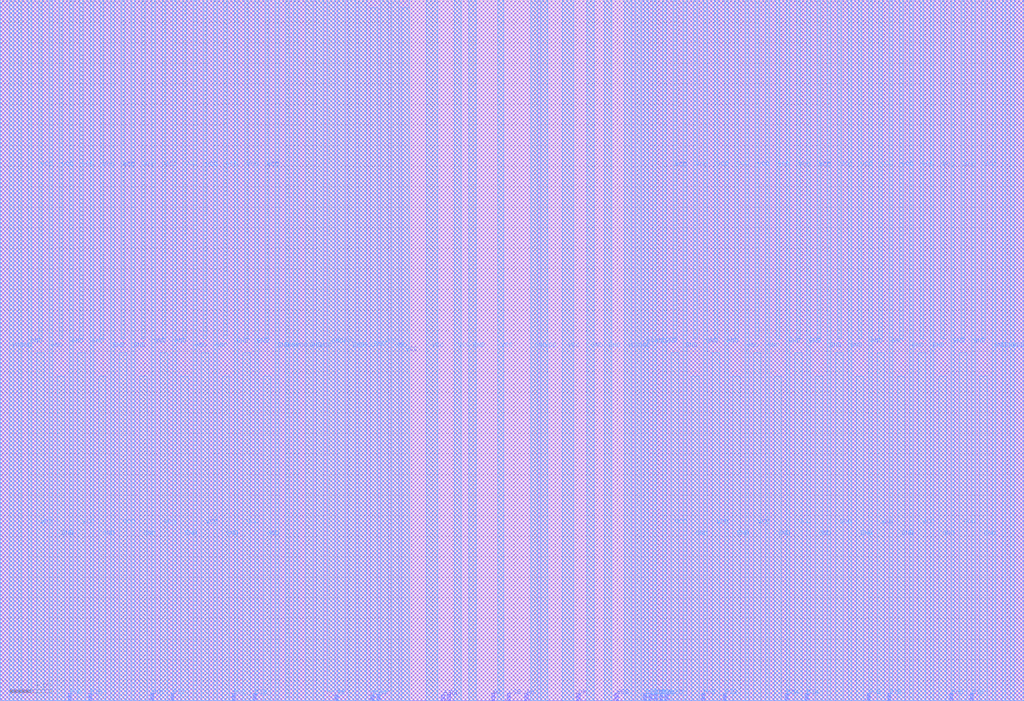
<source format=lef>
# ________________________________________________________________________________________________
# 
# 
#             Synchronous One-Port Register File Compiler
# 
#                 UMC 0.11um LL AE Logic Process
# 
# ________________________________________________________________________________________________
# 
#               
#         Copyright (C) 2024 Faraday Technology Corporation. All Rights Reserved.       
#                
#         This source code is an unpublished work belongs to Faraday Technology Corporation       
#         It is considered a trade secret and is not to be divulged or       
#         used by parties who have not received written authorization from       
#         Faraday Technology Corporation       
#                
#         Faraday's home page can be found at: http://www.faraday-tech.com/       
#                
# ________________________________________________________________________________________________
# 
#        IP Name            :  FSR0K_B_SY                
#        IP Version         :  1.4.0                     
#        IP Release Status  :  Active                    
#        Word               :  128                       
#        Bit                :  7                         
#        Byte               :  1                         
#        Mux                :  4                         
#        Output Loading     :  0.01                      
#        Clock Input Slew   :  0.016                     
#        Data Input Slew    :  0.016                     
#        Ring Type          :  Ringless Model            
#        Ring Width         :  0                         
#        Bus Format         :  0                         
#        Memaker Path       :  /home/mem/Desktop/memlib  
#        GUI Version        :  m20230904                 
#        Date               :  2024/09/06 21:04:36       
# ________________________________________________________________________________________________
# 

VERSION 5.5 ;
NAMESCASESENSITIVE ON ;
MACRO SYKB110_128X7X1CM4
CLASS BLOCK ;
FOREIGN SYKB110_128X7X1CM4 0.000 0.000 ;
ORIGIN 0.000 0.000 ;
SIZE 99.555 BY 68.179 ;
SYMMETRY x y r90 ;
SITE core ;
PIN VCC
  DIRECTION INOUT ;
  USE POWER ;
 PORT
  LAYER ME4 ;
  RECT 69.257 0.000 69.977 33.870 ;
 END
 PORT
  LAYER ME4 ;
  RECT 65.253 0.000 65.973 33.870 ;
 END
 PORT
  LAYER ME4 ;
  RECT 77.265 0.000 77.985 33.870 ;
 END
 PORT
  LAYER ME4 ;
  RECT 73.261 0.000 73.981 33.870 ;
 END
 PORT
  LAYER ME4 ;
  RECT 85.273 0.000 85.993 33.870 ;
 END
 PORT
  LAYER ME4 ;
  RECT 81.269 0.000 81.989 33.870 ;
 END
 PORT
  LAYER ME4 ;
  RECT 93.281 0.000 94.001 33.870 ;
 END
 PORT
  LAYER ME4 ;
  RECT 89.277 0.000 89.997 33.870 ;
 END
 PORT
  LAYER ME4 ;
  RECT 98.255 0.000 98.635 68.179 ;
 END
 PORT
  LAYER ME4 ;
  RECT 62.621 0.921 63.001 68.179 ;
 END
 PORT
  LAYER ME4 ;
  RECT 48.365 0.000 48.965 68.179 ;
 END
 PORT
  LAYER ME4 ;
  RECT 52.545 0.000 53.265 68.179 ;
 END
 PORT
  LAYER ME4 ;
  RECT 54.655 0.000 55.775 68.179 ;
 END
 PORT
  LAYER ME4 ;
  RECT 60.685 0.000 61.405 68.179 ;
 END
 PORT
  LAYER ME4 ;
  RECT 41.420 0.000 42.540 68.179 ;
 END
 PORT
  LAYER ME4 ;
  RECT 44.135 0.000 44.855 68.179 ;
 END
 PORT
  LAYER ME4 ;
  RECT 39.046 0.000 39.766 67.420 ;
 END
 PORT
  LAYER ME4 ;
  RECT 37.006 0.921 37.726 68.179 ;
 END
 PORT
  LAYER ME4 ;
  RECT 34.886 0.000 35.606 68.179 ;
 END
 PORT
  LAYER ME4 ;
  RECT 32.846 0.921 33.566 68.179 ;
 END
 PORT
  LAYER ME4 ;
  RECT 0.920 0.000 1.300 68.179 ;
 END
 PORT
  LAYER ME4 ;
  RECT 7.556 0.000 8.276 33.870 ;
 END
 PORT
  LAYER ME4 ;
  RECT 3.552 0.000 4.272 33.870 ;
 END
 PORT
  LAYER ME4 ;
  RECT 15.564 0.000 16.284 33.870 ;
 END
 PORT
  LAYER ME4 ;
  RECT 11.560 0.000 12.280 33.870 ;
 END
 PORT
  LAYER ME4 ;
  RECT 23.572 0.000 24.292 33.870 ;
 END
 PORT
  LAYER ME4 ;
  RECT 19.568 0.000 20.288 33.870 ;
 END
 PORT
  LAYER ME4 ;
  RECT 30.726 0.000 31.446 68.179 ;
 END
 PORT
  LAYER ME4 ;
  RECT 28.546 0.000 28.926 68.179 ;
 END
 PORT
  LAYER ME4 ;
  RECT 71.449 35.220 71.789 68.179 ;
 END
 PORT
  LAYER ME4 ;
  RECT 69.447 35.220 69.787 68.179 ;
 END
 PORT
  LAYER ME4 ;
  RECT 67.445 35.220 67.785 68.179 ;
 END
 PORT
  LAYER ME4 ;
  RECT 65.443 35.220 65.783 68.179 ;
 END
 PORT
  LAYER ME4 ;
  RECT 79.457 35.220 79.797 68.179 ;
 END
 PORT
  LAYER ME4 ;
  RECT 77.455 35.220 77.795 68.179 ;
 END
 PORT
  LAYER ME4 ;
  RECT 75.453 35.220 75.793 68.179 ;
 END
 PORT
  LAYER ME4 ;
  RECT 73.451 35.220 73.791 68.179 ;
 END
 PORT
  LAYER ME4 ;
  RECT 87.465 35.220 87.805 68.179 ;
 END
 PORT
  LAYER ME4 ;
  RECT 85.463 35.220 85.803 68.179 ;
 END
 PORT
  LAYER ME4 ;
  RECT 83.461 35.220 83.801 68.179 ;
 END
 PORT
  LAYER ME4 ;
  RECT 81.459 35.220 81.799 68.179 ;
 END
 PORT
  LAYER ME4 ;
  RECT 95.473 35.220 95.813 68.179 ;
 END
 PORT
  LAYER ME4 ;
  RECT 93.471 35.220 93.811 68.179 ;
 END
 PORT
  LAYER ME4 ;
  RECT 91.469 35.220 91.809 68.179 ;
 END
 PORT
  LAYER ME4 ;
  RECT 89.467 35.220 89.807 68.179 ;
 END
 PORT
  LAYER ME4 ;
  RECT 9.748 35.220 10.088 68.179 ;
 END
 PORT
  LAYER ME4 ;
  RECT 7.746 35.220 8.086 68.179 ;
 END
 PORT
  LAYER ME4 ;
  RECT 5.744 35.220 6.084 68.179 ;
 END
 PORT
  LAYER ME4 ;
  RECT 3.742 35.220 4.082 68.179 ;
 END
 PORT
  LAYER ME4 ;
  RECT 17.756 35.220 18.096 68.179 ;
 END
 PORT
  LAYER ME4 ;
  RECT 15.754 35.220 16.094 68.179 ;
 END
 PORT
  LAYER ME4 ;
  RECT 13.752 35.220 14.092 68.179 ;
 END
 PORT
  LAYER ME4 ;
  RECT 11.750 35.220 12.090 68.179 ;
 END
 PORT
  LAYER ME4 ;
  RECT 25.764 35.220 26.104 68.179 ;
 END
 PORT
  LAYER ME4 ;
  RECT 23.762 35.220 24.102 68.179 ;
 END
 PORT
  LAYER ME4 ;
  RECT 21.760 35.220 22.100 68.179 ;
 END
 PORT
  LAYER ME4 ;
  RECT 19.758 35.220 20.098 68.179 ;
 END
END VCC
PIN GND
  DIRECTION INOUT ;
  USE GROUND ;
 PORT
  LAYER ME4 ;
  RECT 64.442 0.921 64.782 68.179 ;
 END
 PORT
  LAYER ME4 ;
  RECT 71.259 0.000 71.979 31.570 ;
 END
 PORT
  LAYER ME4 ;
  RECT 72.450 0.000 72.790 68.179 ;
 END
 PORT
  LAYER ME4 ;
  RECT 66.444 0.000 66.784 68.179 ;
 END
 PORT
  LAYER ME4 ;
  RECT 67.255 0.000 67.975 31.570 ;
 END
 PORT
  LAYER ME4 ;
  RECT 68.446 0.921 68.786 68.179 ;
 END
 PORT
  LAYER ME4 ;
  RECT 70.448 0.921 70.788 68.179 ;
 END
 PORT
  LAYER ME4 ;
  RECT 79.267 0.000 79.987 31.570 ;
 END
 PORT
  LAYER ME4 ;
  RECT 80.458 0.000 80.798 68.179 ;
 END
 PORT
  LAYER ME4 ;
  RECT 74.452 0.000 74.792 68.179 ;
 END
 PORT
  LAYER ME4 ;
  RECT 75.263 0.000 75.983 31.570 ;
 END
 PORT
  LAYER ME4 ;
  RECT 76.454 0.921 76.794 68.179 ;
 END
 PORT
  LAYER ME4 ;
  RECT 78.456 0.921 78.796 68.179 ;
 END
 PORT
  LAYER ME4 ;
  RECT 87.275 0.000 87.995 31.570 ;
 END
 PORT
  LAYER ME4 ;
  RECT 88.466 0.000 88.806 68.179 ;
 END
 PORT
  LAYER ME4 ;
  RECT 82.460 0.000 82.800 68.179 ;
 END
 PORT
  LAYER ME4 ;
  RECT 83.271 0.000 83.991 31.570 ;
 END
 PORT
  LAYER ME4 ;
  RECT 84.462 0.921 84.802 68.179 ;
 END
 PORT
  LAYER ME4 ;
  RECT 86.464 0.921 86.804 68.179 ;
 END
 PORT
  LAYER ME4 ;
  RECT 95.283 0.000 96.003 31.570 ;
 END
 PORT
  LAYER ME4 ;
  RECT 96.474 0.000 96.814 68.179 ;
 END
 PORT
  LAYER ME4 ;
  RECT 90.468 0.000 90.808 68.179 ;
 END
 PORT
  LAYER ME4 ;
  RECT 91.279 0.000 91.999 31.570 ;
 END
 PORT
  LAYER ME4 ;
  RECT 92.470 0.921 92.810 68.179 ;
 END
 PORT
  LAYER ME4 ;
  RECT 94.472 0.921 94.812 68.179 ;
 END
 PORT
  LAYER ME4 ;
  RECT 97.475 0.000 97.815 68.179 ;
 END
 PORT
  LAYER ME4 ;
  RECT 63.441 0.921 63.781 68.179 ;
 END
 PORT
  LAYER ME4 ;
  RECT 45.585 0.000 46.305 68.179 ;
 END
 PORT
  LAYER ME4 ;
  RECT 51.579 0.000 52.299 68.179 ;
 END
 PORT
  LAYER ME4 ;
  RECT 57.050 0.000 57.770 68.179 ;
 END
 PORT
  LAYER ME4 ;
  RECT 58.765 0.000 59.485 68.179 ;
 END
 PORT
  LAYER ME4 ;
  RECT 61.761 0.000 62.361 68.179 ;
 END
 PORT
  LAYER ME4 ;
  RECT 38.026 0.000 38.746 68.179 ;
 END
 PORT
  LAYER ME4 ;
  RECT 35.986 0.921 36.706 67.420 ;
 END
 PORT
  LAYER ME4 ;
  RECT 33.866 0.000 34.586 68.179 ;
 END
 PORT
  LAYER ME4 ;
  RECT 31.826 0.921 32.546 68.179 ;
 END
 PORT
  LAYER ME4 ;
  RECT 1.740 0.000 2.080 68.179 ;
 END
 PORT
  LAYER ME4 ;
  RECT 2.741 0.921 3.081 68.179 ;
 END
 PORT
  LAYER ME4 ;
  RECT 9.558 0.000 10.278 31.570 ;
 END
 PORT
  LAYER ME4 ;
  RECT 10.749 0.000 11.089 68.179 ;
 END
 PORT
  LAYER ME4 ;
  RECT 4.743 0.000 5.083 68.179 ;
 END
 PORT
  LAYER ME4 ;
  RECT 5.554 0.000 6.274 31.570 ;
 END
 PORT
  LAYER ME4 ;
  RECT 6.745 0.921 7.085 68.179 ;
 END
 PORT
  LAYER ME4 ;
  RECT 8.747 0.921 9.087 68.179 ;
 END
 PORT
  LAYER ME4 ;
  RECT 17.566 0.000 18.286 31.570 ;
 END
 PORT
  LAYER ME4 ;
  RECT 18.757 0.000 19.097 68.179 ;
 END
 PORT
  LAYER ME4 ;
  RECT 12.751 0.000 13.091 68.179 ;
 END
 PORT
  LAYER ME4 ;
  RECT 13.562 0.000 14.282 31.570 ;
 END
 PORT
  LAYER ME4 ;
  RECT 14.753 0.921 15.093 68.179 ;
 END
 PORT
  LAYER ME4 ;
  RECT 16.755 0.921 17.095 68.179 ;
 END
 PORT
  LAYER ME4 ;
  RECT 25.574 0.000 26.294 31.570 ;
 END
 PORT
  LAYER ME4 ;
  RECT 26.765 0.000 27.105 68.179 ;
 END
 PORT
  LAYER ME4 ;
  RECT 20.759 0.000 21.099 68.179 ;
 END
 PORT
  LAYER ME4 ;
  RECT 21.570 0.000 22.290 31.570 ;
 END
 PORT
  LAYER ME4 ;
  RECT 22.761 0.921 23.101 68.179 ;
 END
 PORT
  LAYER ME4 ;
  RECT 24.763 0.921 25.103 68.179 ;
 END
 PORT
  LAYER ME4 ;
  RECT 29.706 0.000 30.426 68.179 ;
 END
 PORT
  LAYER ME4 ;
  RECT 27.766 0.000 28.106 68.179 ;
 END
END GND
PIN DI2
  DIRECTION INPUT ;
 PORT
  LAYER ME4 ;
  RECT 24.622 0.000 24.902 0.720 ;
  LAYER ME3 ;
  RECT 24.622 0.000 24.902 0.720 ;
  LAYER ME2 ;
  RECT 24.622 0.000 24.902 0.720 ;
  LAYER ME1 ;
  RECT 24.622 0.000 24.902 0.720 ;
 END
 ANTENNAPARTIALMETALAREA                  0.522 LAYER ME1 ;
 ANTENNAGATEAREA                          0.072 LAYER ME1 ;
 ANTENNAGATEAREA                          0.072 LAYER ME2 ;
 ANTENNAGATEAREA                          0.072 LAYER ME3 ;
 ANTENNAGATEAREA                          0.072 LAYER ME4 ;
 ANTENNADIFFAREA                          0.218 LAYER ME1 ;
 ANTENNADIFFAREA                          0.218 LAYER ME2 ;
 ANTENNADIFFAREA                          0.218 LAYER ME3 ;
 ANTENNADIFFAREA                          0.218 LAYER ME4 ;
 ANTENNAMAXAREACAR                       10.048 LAYER ME1 ;
 ANTENNAMAXAREACAR                       12.848 LAYER ME2 ;
 ANTENNAMAXAREACAR                       15.648 LAYER ME3 ;
 ANTENNAMAXAREACAR                       18.448 LAYER ME4 ;
END DI2
PIN DO2
  DIRECTION OUTPUT ;
 PORT
  LAYER ME4 ;
  RECT 22.564 0.000 22.844 0.720 ;
  LAYER ME3 ;
  RECT 22.564 0.000 22.844 0.720 ;
  LAYER ME2 ;
  RECT 22.564 0.000 22.844 0.720 ;
  LAYER ME1 ;
  RECT 22.564 0.000 22.844 0.720 ;
 END
 ANTENNAPARTIALMETALAREA                  2.030 LAYER ME2 ;
 ANTENNADIFFAREA                          1.293 LAYER ME2 ;
 ANTENNADIFFAREA                          1.293 LAYER ME3 ;
 ANTENNADIFFAREA                          1.293 LAYER ME4 ;
END DO2
PIN DI1
  DIRECTION INPUT ;
 PORT
  LAYER ME4 ;
  RECT 16.614 0.000 16.894 0.720 ;
  LAYER ME3 ;
  RECT 16.614 0.000 16.894 0.720 ;
  LAYER ME2 ;
  RECT 16.614 0.000 16.894 0.720 ;
  LAYER ME1 ;
  RECT 16.614 0.000 16.894 0.720 ;
 END
 ANTENNAPARTIALMETALAREA                  0.805 LAYER ME1 ;
 ANTENNAGATEAREA                          0.072 LAYER ME1 ;
 ANTENNAGATEAREA                          0.072 LAYER ME2 ;
 ANTENNAGATEAREA                          0.072 LAYER ME3 ;
 ANTENNAGATEAREA                          0.072 LAYER ME4 ;
 ANTENNADIFFAREA                          0.218 LAYER ME1 ;
 ANTENNADIFFAREA                          0.218 LAYER ME2 ;
 ANTENNADIFFAREA                          0.218 LAYER ME3 ;
 ANTENNADIFFAREA                          0.218 LAYER ME4 ;
 ANTENNAMAXAREACAR                       13.984 LAYER ME1 ;
 ANTENNAMAXAREACAR                       16.784 LAYER ME2 ;
 ANTENNAMAXAREACAR                       19.584 LAYER ME3 ;
 ANTENNAMAXAREACAR                       22.384 LAYER ME4 ;
END DI1
PIN DO1
  DIRECTION OUTPUT ;
 PORT
  LAYER ME4 ;
  RECT 14.636 0.000 14.916 0.720 ;
  LAYER ME3 ;
  RECT 14.636 0.000 14.916 0.720 ;
  LAYER ME2 ;
  RECT 14.636 0.000 14.916 0.720 ;
  LAYER ME1 ;
  RECT 14.636 0.000 14.916 0.720 ;
 END
 ANTENNAPARTIALMETALAREA                  2.030 LAYER ME2 ;
 ANTENNADIFFAREA                          1.293 LAYER ME2 ;
 ANTENNADIFFAREA                          1.293 LAYER ME3 ;
 ANTENNADIFFAREA                          1.293 LAYER ME4 ;
END DO1
PIN DI0
  DIRECTION INPUT ;
 PORT
  LAYER ME4 ;
  RECT 8.606 0.000 8.886 0.720 ;
  LAYER ME3 ;
  RECT 8.606 0.000 8.886 0.720 ;
  LAYER ME2 ;
  RECT 8.606 0.000 8.886 0.720 ;
  LAYER ME1 ;
  RECT 8.606 0.000 8.886 0.720 ;
 END
 ANTENNAPARTIALMETALAREA                  0.805 LAYER ME1 ;
 ANTENNAGATEAREA                          0.072 LAYER ME1 ;
 ANTENNAGATEAREA                          0.072 LAYER ME2 ;
 ANTENNAGATEAREA                          0.072 LAYER ME3 ;
 ANTENNAGATEAREA                          0.072 LAYER ME4 ;
 ANTENNADIFFAREA                          0.218 LAYER ME1 ;
 ANTENNADIFFAREA                          0.218 LAYER ME2 ;
 ANTENNADIFFAREA                          0.218 LAYER ME3 ;
 ANTENNADIFFAREA                          0.218 LAYER ME4 ;
 ANTENNAMAXAREACAR                       13.984 LAYER ME1 ;
 ANTENNAMAXAREACAR                       16.784 LAYER ME2 ;
 ANTENNAMAXAREACAR                       19.584 LAYER ME3 ;
 ANTENNAMAXAREACAR                       22.384 LAYER ME4 ;
END DI0
PIN DO0
  DIRECTION OUTPUT ;
 PORT
  LAYER ME4 ;
  RECT 6.628 0.000 6.908 0.720 ;
  LAYER ME3 ;
  RECT 6.628 0.000 6.908 0.720 ;
  LAYER ME2 ;
  RECT 6.628 0.000 6.908 0.720 ;
  LAYER ME1 ;
  RECT 6.628 0.000 6.908 0.720 ;
 END
 ANTENNAPARTIALMETALAREA                  2.030 LAYER ME2 ;
 ANTENNADIFFAREA                          1.293 LAYER ME2 ;
 ANTENNADIFFAREA                          1.293 LAYER ME3 ;
 ANTENNADIFFAREA                          1.293 LAYER ME4 ;
END DO0
PIN A2
  DIRECTION INPUT ;
 PORT
  LAYER ME3 ;
  RECT 42.908 0.000 43.228 0.600 ;
  LAYER ME2 ;
  RECT 42.908 0.000 43.228 0.600 ;
  LAYER ME1 ;
  RECT 42.908 0.000 43.228 0.600 ;
 END
 ANTENNAPARTIALMETALAREA                  1.067 LAYER ME2 ;
 ANTENNAGATEAREA                          0.144 LAYER ME2 ;
 ANTENNAGATEAREA                          0.144 LAYER ME3 ;
 ANTENNADIFFAREA                          0.218 LAYER ME2 ;
 ANTENNADIFFAREA                          0.218 LAYER ME3 ;
 ANTENNAMAXAREACAR                        9.746 LAYER ME2 ;
 ANTENNAMAXAREACAR                       11.079 LAYER ME3 ;
END A2
PIN A3
  DIRECTION INPUT ;
 PORT
  LAYER ME3 ;
  RECT 43.495 0.000 43.815 0.600 ;
  LAYER ME2 ;
  RECT 43.495 0.000 43.815 0.600 ;
  LAYER ME1 ;
  RECT 43.495 0.000 43.815 0.600 ;
 END
 ANTENNAPARTIALMETALAREA                  1.188 LAYER ME2 ;
 ANTENNAGATEAREA                          0.144 LAYER ME2 ;
 ANTENNAGATEAREA                          0.144 LAYER ME3 ;
 ANTENNADIFFAREA                          0.218 LAYER ME2 ;
 ANTENNADIFFAREA                          0.218 LAYER ME3 ;
 ANTENNAMAXAREACAR                       10.582 LAYER ME2 ;
 ANTENNAMAXAREACAR                       11.915 LAYER ME3 ;
END A3
PIN A4
  DIRECTION INPUT ;
 PORT
  LAYER ME4 ;
  RECT 36.656 0.000 36.976 0.600 ;
  LAYER ME3 ;
  RECT 36.656 0.000 36.976 0.600 ;
  LAYER ME2 ;
  RECT 36.656 0.000 36.976 0.600 ;
  LAYER ME1 ;
  RECT 36.656 0.000 36.976 0.600 ;
 END
 ANTENNAPARTIALMETALAREA                  1.910 LAYER ME2 ;
 ANTENNAGATEAREA                          0.180 LAYER ME2 ;
 ANTENNAGATEAREA                          0.180 LAYER ME3 ;
 ANTENNAGATEAREA                          0.180 LAYER ME4 ;
 ANTENNADIFFAREA                          0.218 LAYER ME2 ;
 ANTENNADIFFAREA                          0.218 LAYER ME3 ;
 ANTENNADIFFAREA                          0.218 LAYER ME4 ;
 ANTENNAMAXAREACAR                       13.456 LAYER ME2 ;
 ANTENNAMAXAREACAR                       14.522 LAYER ME3 ;
 ANTENNAMAXAREACAR                       15.589 LAYER ME4 ;
END A4
PIN A5
  DIRECTION INPUT ;
 PORT
  LAYER ME4 ;
  RECT 36.036 0.000 36.356 0.600 ;
  LAYER ME3 ;
  RECT 36.036 0.000 36.356 0.600 ;
  LAYER ME2 ;
  RECT 36.036 0.000 36.356 0.600 ;
  LAYER ME1 ;
  RECT 36.036 0.000 36.356 0.600 ;
 END
 ANTENNAPARTIALMETALAREA                  1.447 LAYER ME2 ;
 ANTENNAGATEAREA                          0.180 LAYER ME2 ;
 ANTENNAGATEAREA                          0.180 LAYER ME3 ;
 ANTENNAGATEAREA                          0.180 LAYER ME4 ;
 ANTENNADIFFAREA                          0.218 LAYER ME2 ;
 ANTENNADIFFAREA                          0.218 LAYER ME3 ;
 ANTENNADIFFAREA                          0.218 LAYER ME4 ;
 ANTENNAMAXAREACAR                       12.818 LAYER ME2 ;
 ANTENNAMAXAREACAR                       13.884 LAYER ME3 ;
 ANTENNAMAXAREACAR                       14.951 LAYER ME4 ;
END A5
PIN A6
  DIRECTION INPUT ;
 PORT
  LAYER ME4 ;
  RECT 32.556 0.000 32.876 0.600 ;
  LAYER ME3 ;
  RECT 32.556 0.000 32.876 0.600 ;
  LAYER ME2 ;
  RECT 32.556 0.000 32.876 0.600 ;
  LAYER ME1 ;
  RECT 32.556 0.000 32.876 0.600 ;
 END
 ANTENNAPARTIALMETALAREA                  1.910 LAYER ME2 ;
 ANTENNAGATEAREA                          0.180 LAYER ME2 ;
 ANTENNAGATEAREA                          0.180 LAYER ME3 ;
 ANTENNAGATEAREA                          0.180 LAYER ME4 ;
 ANTENNADIFFAREA                          0.218 LAYER ME2 ;
 ANTENNADIFFAREA                          0.218 LAYER ME3 ;
 ANTENNADIFFAREA                          0.218 LAYER ME4 ;
 ANTENNAMAXAREACAR                       13.456 LAYER ME2 ;
 ANTENNAMAXAREACAR                       14.522 LAYER ME3 ;
 ANTENNAMAXAREACAR                       15.589 LAYER ME4 ;
END A6
PIN A1
  DIRECTION INPUT ;
 PORT
  LAYER ME3 ;
  RECT 47.781 0.000 48.101 0.712 ;
  LAYER ME2 ;
  RECT 47.781 0.000 48.101 0.712 ;
  LAYER ME1 ;
  RECT 47.781 0.000 48.101 0.712 ;
 END
 ANTENNAPARTIALMETALAREA                  3.219 LAYER ME2 ;
 ANTENNAGATEAREA                          0.108 LAYER ME2 ;
 ANTENNAGATEAREA                          0.108 LAYER ME3 ;
 ANTENNADIFFAREA                          0.218 LAYER ME2 ;
 ANTENNADIFFAREA                          0.218 LAYER ME3 ;
 ANTENNAMAXAREACAR                       33.245 LAYER ME2 ;
 ANTENNAMAXAREACAR                       35.355 LAYER ME3 ;
END A1
PIN A0
  DIRECTION INPUT ;
 PORT
  LAYER ME3 ;
  RECT 51.010 0.000 51.330 0.712 ;
  LAYER ME2 ;
  RECT 51.010 0.000 51.330 0.712 ;
  LAYER ME1 ;
  RECT 51.010 0.000 51.330 0.712 ;
 END
 ANTENNAPARTIALMETALAREA                  3.457 LAYER ME2 ;
 ANTENNAGATEAREA                          0.108 LAYER ME2 ;
 ANTENNAGATEAREA                          0.108 LAYER ME3 ;
 ANTENNADIFFAREA                          0.218 LAYER ME2 ;
 ANTENNADIFFAREA                          0.218 LAYER ME3 ;
 ANTENNAMAXAREACAR                       35.986 LAYER ME2 ;
 ANTENNAMAXAREACAR                       38.095 LAYER ME3 ;
END A0
PIN DVSE
  DIRECTION INPUT ;
 PORT
  LAYER ME4 ;
  RECT 63.601 0.000 63.921 0.717 ;
  LAYER ME3 ;
  RECT 63.601 0.000 63.921 0.717 ;
  LAYER ME3 ;
  RECT 63.601 0.000 63.921 0.717 ;
  LAYER ME2 ;
  RECT 63.601 0.000 63.921 0.717 ;
  LAYER ME2 ;
  RECT 63.601 0.000 63.921 0.717 ;
  LAYER ME1 ;
  RECT 63.601 0.000 63.921 0.717 ;
  LAYER ME1 ;
  RECT 63.601 0.000 63.921 0.717 ;
 END
 ANTENNAPARTIALMETALAREA                  5.305 LAYER ME2 ;
 ANTENNAGATEAREA                          0.612 LAYER ME2 ;
 ANTENNAGATEAREA                          0.612 LAYER ME3 ;
 ANTENNAGATEAREA                          0.612 LAYER ME4 ;
 ANTENNADIFFAREA                          0.218 LAYER ME2 ;
 ANTENNADIFFAREA                          0.218 LAYER ME3 ;
 ANTENNADIFFAREA                          0.218 LAYER ME4 ;
 ANTENNAMAXAREACAR                       53.132 LAYER ME2 ;
 ANTENNAMAXAREACAR                       55.256 LAYER ME3 ;
 ANTENNAMAXAREACAR                       57.381 LAYER ME4 ;
END DVSE
PIN DVS3
  DIRECTION INPUT ;
 PORT
  LAYER ME4 ;
  RECT 63.081 0.000 63.401 0.717 ;
  LAYER ME3 ;
  RECT 63.081 0.000 63.401 0.717 ;
  LAYER ME3 ;
  RECT 63.081 0.000 63.401 0.717 ;
  LAYER ME2 ;
  RECT 63.081 0.000 63.401 0.717 ;
  LAYER ME2 ;
  RECT 63.081 0.000 63.401 0.717 ;
  LAYER ME1 ;
  RECT 63.081 0.000 63.401 0.717 ;
  LAYER ME1 ;
  RECT 63.081 0.000 63.401 0.717 ;
 END
 ANTENNAPARTIALMETALAREA                  3.675 LAYER ME2 ;
 ANTENNAGATEAREA                          0.108 LAYER ME2 ;
 ANTENNAGATEAREA                          0.108 LAYER ME3 ;
 ANTENNAGATEAREA                          0.108 LAYER ME4 ;
 ANTENNADIFFAREA                          0.218 LAYER ME2 ;
 ANTENNADIFFAREA                          0.218 LAYER ME3 ;
 ANTENNADIFFAREA                          0.218 LAYER ME4 ;
 ANTENNAMAXAREACAR                       45.625 LAYER ME2 ;
 ANTENNAMAXAREACAR                       47.749 LAYER ME3 ;
 ANTENNAMAXAREACAR                       49.874 LAYER ME4 ;
END DVS3
PIN DVS2
  DIRECTION INPUT ;
 PORT
  LAYER ME4 ;
  RECT 64.121 0.000 64.441 0.717 ;
  LAYER ME3 ;
  RECT 64.121 0.000 64.441 0.717 ;
  LAYER ME3 ;
  RECT 64.121 0.000 64.441 0.717 ;
  LAYER ME2 ;
  RECT 64.121 0.000 64.441 0.717 ;
  LAYER ME2 ;
  RECT 64.121 0.000 64.441 0.717 ;
  LAYER ME1 ;
  RECT 64.121 0.000 64.441 0.717 ;
  LAYER ME1 ;
  RECT 64.121 0.000 64.441 0.717 ;
 END
 ANTENNAPARTIALMETALAREA                  5.371 LAYER ME2 ;
 ANTENNAGATEAREA                          0.108 LAYER ME2 ;
 ANTENNAGATEAREA                          0.108 LAYER ME3 ;
 ANTENNAGATEAREA                          0.108 LAYER ME4 ;
 ANTENNADIFFAREA                          0.218 LAYER ME2 ;
 ANTENNADIFFAREA                          0.218 LAYER ME3 ;
 ANTENNADIFFAREA                          0.218 LAYER ME4 ;
 ANTENNAMAXAREACAR                       60.060 LAYER ME2 ;
 ANTENNAMAXAREACAR                       62.184 LAYER ME3 ;
 ANTENNAMAXAREACAR                       64.309 LAYER ME4 ;
END DVS2
PIN DVS1
  DIRECTION INPUT ;
 PORT
  LAYER ME4 ;
  RECT 62.561 0.000 62.881 0.717 ;
  LAYER ME3 ;
  RECT 62.561 0.000 62.881 0.717 ;
  LAYER ME3 ;
  RECT 62.561 0.000 62.881 0.717 ;
  LAYER ME2 ;
  RECT 62.561 0.000 62.881 0.717 ;
  LAYER ME2 ;
  RECT 62.561 0.000 62.881 0.717 ;
  LAYER ME1 ;
  RECT 62.561 0.000 62.881 0.717 ;
  LAYER ME1 ;
  RECT 62.561 0.000 62.881 0.717 ;
 END
 ANTENNAPARTIALMETALAREA                  3.307 LAYER ME2 ;
 ANTENNAGATEAREA                          0.108 LAYER ME2 ;
 ANTENNAGATEAREA                          0.108 LAYER ME3 ;
 ANTENNAGATEAREA                          0.108 LAYER ME4 ;
 ANTENNADIFFAREA                          0.218 LAYER ME2 ;
 ANTENNADIFFAREA                          0.218 LAYER ME3 ;
 ANTENNADIFFAREA                          0.218 LAYER ME4 ;
 ANTENNAMAXAREACAR                       42.063 LAYER ME2 ;
 ANTENNAMAXAREACAR                       44.188 LAYER ME3 ;
 ANTENNAMAXAREACAR                       46.312 LAYER ME4 ;
END DVS1
PIN DVS0
  DIRECTION INPUT ;
 PORT
  LAYER ME4 ;
  RECT 64.641 0.000 64.961 0.693 ;
  LAYER ME3 ;
  RECT 64.641 0.000 64.961 0.693 ;
  LAYER ME3 ;
  RECT 64.641 0.000 64.961 0.693 ;
  LAYER ME2 ;
  RECT 64.641 0.000 64.961 0.693 ;
  LAYER ME2 ;
  RECT 64.641 0.000 64.961 0.693 ;
  LAYER ME1 ;
  RECT 64.641 0.000 64.961 0.693 ;
  LAYER ME1 ;
  RECT 64.641 0.000 64.961 0.693 ;
 END
 ANTENNAPARTIALMETALAREA                  4.376 LAYER ME2 ;
 ANTENNAGATEAREA                          0.108 LAYER ME2 ;
 ANTENNAGATEAREA                          0.108 LAYER ME3 ;
 ANTENNAGATEAREA                          0.108 LAYER ME4 ;
 ANTENNADIFFAREA                          0.218 LAYER ME2 ;
 ANTENNADIFFAREA                          0.218 LAYER ME3 ;
 ANTENNADIFFAREA                          0.218 LAYER ME4 ;
 ANTENNAMAXAREACAR                       53.260 LAYER ME2 ;
 ANTENNAMAXAREACAR                       55.313 LAYER ME3 ;
 ANTENNAMAXAREACAR                       57.367 LAYER ME4 ;
END DVS0
PIN CK
  DIRECTION INPUT ;
 PORT
  LAYER ME3 ;
  RECT 56.077 0.000 56.397 0.713 ;
  LAYER ME2 ;
  RECT 56.077 0.000 56.397 0.713 ;
  LAYER ME1 ;
  RECT 56.077 0.000 56.397 0.713 ;
 END
 ANTENNAPARTIALMETALAREA                  2.392 LAYER ME2 ;
 ANTENNAPARTIALMETALAREA                  7.363 LAYER ME3 ;
 ANTENNAGATEAREA                          0.072 LAYER ME2 ;
 ANTENNAGATEAREA                          1.260 LAYER ME3 ;
 ANTENNADIFFAREA                          0.218 LAYER ME2 ;
 ANTENNADIFFAREA                          0.218 LAYER ME3 ;
 ANTENNAMAXAREACAR                       46.148 LAYER ME2 ;
 ANTENNAMAXAREACAR                      151.587 LAYER ME3 ;
END CK
PIN CSB
  DIRECTION INPUT ;
 PORT
  LAYER ME3 ;
  RECT 49.289 0.000 49.609 0.712 ;
  LAYER ME2 ;
  RECT 49.289 0.000 49.609 0.712 ;
  LAYER ME1 ;
  RECT 49.289 0.000 49.609 0.712 ;
 END
 ANTENNAPARTIALMETALAREA                  3.350 LAYER ME2 ;
 ANTENNAPARTIALMETALAREA                  7.235 LAYER ME3 ;
 ANTENNAGATEAREA                          2.244 LAYER ME2 ;
 ANTENNAGATEAREA                          3.216 LAYER ME3 ;
 ANTENNADIFFAREA                          0.218 LAYER ME2 ;
 ANTENNADIFFAREA                          0.218 LAYER ME3 ;
 ANTENNAMAXAREACAR                       17.231 LAYER ME2 ;
 ANTENNAMAXAREACAR                       51.784 LAYER ME3 ;
END CSB
PIN WEB
  DIRECTION INPUT ;
 PORT
  LAYER ME3 ;
  RECT 59.788 0.000 60.108 0.717 ;
  LAYER ME2 ;
  RECT 59.788 0.000 60.108 0.717 ;
  LAYER ME1 ;
  RECT 59.788 0.000 60.108 0.717 ;
 END
 ANTENNAPARTIALMETALAREA                  0.681 LAYER ME2 ;
 ANTENNAPARTIALMETALAREA                 10.739 LAYER ME3 ;
 ANTENNAGATEAREA                          0.576 LAYER ME3 ;
 ANTENNADIFFAREA                          0.218 LAYER ME2 ;
 ANTENNADIFFAREA                          0.653 LAYER ME3 ;
 ANTENNAMAXAREACAR                       41.333 LAYER ME3 ;
END WEB
PIN DI6
  DIRECTION INPUT ;
 PORT
  LAYER ME4 ;
  RECT 94.331 0.000 94.611 0.720 ;
  LAYER ME3 ;
  RECT 94.331 0.000 94.611 0.720 ;
  LAYER ME2 ;
  RECT 94.331 0.000 94.611 0.720 ;
  LAYER ME1 ;
  RECT 94.331 0.000 94.611 0.720 ;
 END
 ANTENNAPARTIALMETALAREA                  0.805 LAYER ME1 ;
 ANTENNAGATEAREA                          0.072 LAYER ME1 ;
 ANTENNAGATEAREA                          0.072 LAYER ME2 ;
 ANTENNAGATEAREA                          0.072 LAYER ME3 ;
 ANTENNAGATEAREA                          0.072 LAYER ME4 ;
 ANTENNADIFFAREA                          0.218 LAYER ME1 ;
 ANTENNADIFFAREA                          0.218 LAYER ME2 ;
 ANTENNADIFFAREA                          0.218 LAYER ME3 ;
 ANTENNADIFFAREA                          0.218 LAYER ME4 ;
 ANTENNAMAXAREACAR                       13.984 LAYER ME1 ;
 ANTENNAMAXAREACAR                       16.784 LAYER ME2 ;
 ANTENNAMAXAREACAR                       19.584 LAYER ME3 ;
 ANTENNAMAXAREACAR                       22.384 LAYER ME4 ;
END DI6
PIN DO6
  DIRECTION OUTPUT ;
 PORT
  LAYER ME4 ;
  RECT 92.353 0.000 92.633 0.720 ;
  LAYER ME3 ;
  RECT 92.353 0.000 92.633 0.720 ;
  LAYER ME2 ;
  RECT 92.353 0.000 92.633 0.720 ;
  LAYER ME1 ;
  RECT 92.353 0.000 92.633 0.720 ;
 END
 ANTENNAPARTIALMETALAREA                  2.030 LAYER ME2 ;
 ANTENNADIFFAREA                          1.293 LAYER ME2 ;
 ANTENNADIFFAREA                          1.293 LAYER ME3 ;
 ANTENNADIFFAREA                          1.293 LAYER ME4 ;
END DO6
PIN DI5
  DIRECTION INPUT ;
 PORT
  LAYER ME4 ;
  RECT 86.323 0.000 86.603 0.720 ;
  LAYER ME3 ;
  RECT 86.323 0.000 86.603 0.720 ;
  LAYER ME2 ;
  RECT 86.323 0.000 86.603 0.720 ;
  LAYER ME1 ;
  RECT 86.323 0.000 86.603 0.720 ;
 END
 ANTENNAPARTIALMETALAREA                  0.805 LAYER ME1 ;
 ANTENNAGATEAREA                          0.072 LAYER ME1 ;
 ANTENNAGATEAREA                          0.072 LAYER ME2 ;
 ANTENNAGATEAREA                          0.072 LAYER ME3 ;
 ANTENNAGATEAREA                          0.072 LAYER ME4 ;
 ANTENNADIFFAREA                          0.218 LAYER ME1 ;
 ANTENNADIFFAREA                          0.218 LAYER ME2 ;
 ANTENNADIFFAREA                          0.218 LAYER ME3 ;
 ANTENNADIFFAREA                          0.218 LAYER ME4 ;
 ANTENNAMAXAREACAR                       13.984 LAYER ME1 ;
 ANTENNAMAXAREACAR                       16.784 LAYER ME2 ;
 ANTENNAMAXAREACAR                       19.584 LAYER ME3 ;
 ANTENNAMAXAREACAR                       22.384 LAYER ME4 ;
END DI5
PIN DO5
  DIRECTION OUTPUT ;
 PORT
  LAYER ME4 ;
  RECT 84.345 0.000 84.625 0.720 ;
  LAYER ME3 ;
  RECT 84.345 0.000 84.625 0.720 ;
  LAYER ME2 ;
  RECT 84.345 0.000 84.625 0.720 ;
  LAYER ME1 ;
  RECT 84.345 0.000 84.625 0.720 ;
 END
 ANTENNAPARTIALMETALAREA                  2.030 LAYER ME2 ;
 ANTENNADIFFAREA                          1.293 LAYER ME2 ;
 ANTENNADIFFAREA                          1.293 LAYER ME3 ;
 ANTENNADIFFAREA                          1.293 LAYER ME4 ;
END DO5
PIN DI4
  DIRECTION INPUT ;
 PORT
  LAYER ME4 ;
  RECT 78.315 0.000 78.595 0.720 ;
  LAYER ME3 ;
  RECT 78.315 0.000 78.595 0.720 ;
  LAYER ME2 ;
  RECT 78.315 0.000 78.595 0.720 ;
  LAYER ME1 ;
  RECT 78.315 0.000 78.595 0.720 ;
 END
 ANTENNAPARTIALMETALAREA                  0.805 LAYER ME1 ;
 ANTENNAGATEAREA                          0.072 LAYER ME1 ;
 ANTENNAGATEAREA                          0.072 LAYER ME2 ;
 ANTENNAGATEAREA                          0.072 LAYER ME3 ;
 ANTENNAGATEAREA                          0.072 LAYER ME4 ;
 ANTENNADIFFAREA                          0.218 LAYER ME1 ;
 ANTENNADIFFAREA                          0.218 LAYER ME2 ;
 ANTENNADIFFAREA                          0.218 LAYER ME3 ;
 ANTENNADIFFAREA                          0.218 LAYER ME4 ;
 ANTENNAMAXAREACAR                       13.984 LAYER ME1 ;
 ANTENNAMAXAREACAR                       16.784 LAYER ME2 ;
 ANTENNAMAXAREACAR                       19.584 LAYER ME3 ;
 ANTENNAMAXAREACAR                       22.384 LAYER ME4 ;
END DI4
PIN DO4
  DIRECTION OUTPUT ;
 PORT
  LAYER ME4 ;
  RECT 76.337 0.000 76.617 0.720 ;
  LAYER ME3 ;
  RECT 76.337 0.000 76.617 0.720 ;
  LAYER ME2 ;
  RECT 76.337 0.000 76.617 0.720 ;
  LAYER ME1 ;
  RECT 76.337 0.000 76.617 0.720 ;
 END
 ANTENNAPARTIALMETALAREA                  2.030 LAYER ME2 ;
 ANTENNADIFFAREA                          1.293 LAYER ME2 ;
 ANTENNADIFFAREA                          1.293 LAYER ME3 ;
 ANTENNADIFFAREA                          1.293 LAYER ME4 ;
END DO4
PIN DI3
  DIRECTION INPUT ;
 PORT
  LAYER ME4 ;
  RECT 70.307 0.000 70.587 0.720 ;
  LAYER ME3 ;
  RECT 70.307 0.000 70.587 0.720 ;
  LAYER ME2 ;
  RECT 70.307 0.000 70.587 0.720 ;
  LAYER ME1 ;
  RECT 70.307 0.000 70.587 0.720 ;
 END
 ANTENNAPARTIALMETALAREA                  0.522 LAYER ME1 ;
 ANTENNAGATEAREA                          0.072 LAYER ME1 ;
 ANTENNAGATEAREA                          0.072 LAYER ME2 ;
 ANTENNAGATEAREA                          0.072 LAYER ME3 ;
 ANTENNAGATEAREA                          0.072 LAYER ME4 ;
 ANTENNADIFFAREA                          0.218 LAYER ME1 ;
 ANTENNADIFFAREA                          0.218 LAYER ME2 ;
 ANTENNADIFFAREA                          0.218 LAYER ME3 ;
 ANTENNADIFFAREA                          0.218 LAYER ME4 ;
 ANTENNAMAXAREACAR                       10.048 LAYER ME1 ;
 ANTENNAMAXAREACAR                       12.848 LAYER ME2 ;
 ANTENNAMAXAREACAR                       15.648 LAYER ME3 ;
 ANTENNAMAXAREACAR                       18.448 LAYER ME4 ;
END DI3
PIN DO3
  DIRECTION OUTPUT ;
 PORT
  LAYER ME4 ;
  RECT 68.249 0.000 68.529 0.720 ;
  LAYER ME3 ;
  RECT 68.249 0.000 68.529 0.720 ;
  LAYER ME2 ;
  RECT 68.249 0.000 68.529 0.720 ;
  LAYER ME1 ;
  RECT 68.249 0.000 68.529 0.720 ;
 END
 ANTENNAPARTIALMETALAREA                  2.030 LAYER ME2 ;
 ANTENNADIFFAREA                          1.293 LAYER ME2 ;
 ANTENNADIFFAREA                          1.293 LAYER ME3 ;
 ANTENNADIFFAREA                          1.293 LAYER ME4 ;
END DO3
OBS
  LAYER ME3 SPACING 0.260 ;
  RECT 0.000 0.000 99.555 68.179 ;
  LAYER ME2 SPACING 0.260 ;
  RECT 0.000 0.000 99.555 68.179 ;
  LAYER ME1 SPACING 0.260 ;
  RECT 0.000 0.000 99.555 68.179 ;
  LAYER ME4 SPACING 0.260 ;
  RECT 0.000 0.000 39.766 68.179 ;
  LAYER ME4 SPACING 0.260 ;
  RECT 41.420 0.000 42.540 68.179 ;
  LAYER ME4 SPACING 0.260 ;
  RECT 44.135 0.000 44.855 68.179 ;
  LAYER ME4 SPACING 0.260 ;
  RECT 45.585 0.000 46.305 68.179 ;
  LAYER ME4 SPACING 0.260 ;
  RECT 48.365 0.000 48.965 68.179 ;
  LAYER ME4 SPACING 0.260 ;
  RECT 51.579 0.000 53.265 68.179 ;
  LAYER ME4 SPACING 0.260 ;
  RECT 54.655 0.000 55.775 68.179 ;
  LAYER ME4 SPACING 0.260 ;
  RECT 57.050 0.000 57.770 68.179 ;
  LAYER ME4 SPACING 0.260 ;
  RECT 58.765 0.000 59.485 68.179 ;
  LAYER ME4 SPACING 0.260 ;
  RECT 60.685 0.000 99.555 68.179 ;
END
END SYKB110_128X7X1CM4
END LIBRARY






</source>
